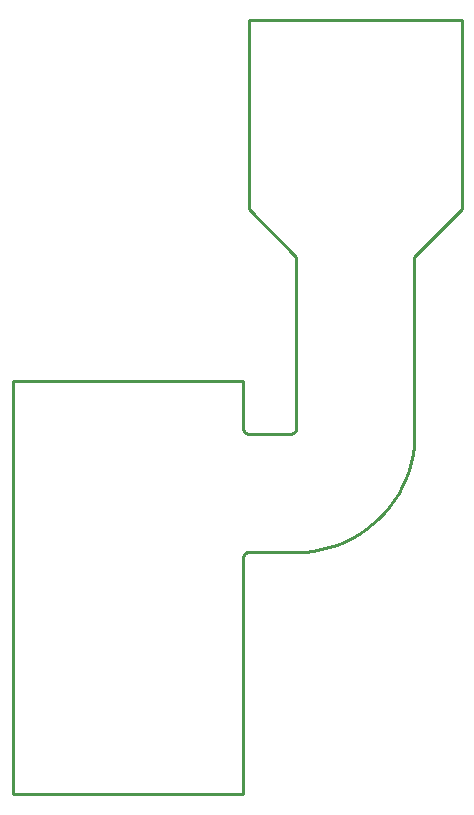
<source format=gbr>
%FSTAX44Y44*%
%MOMM*%
%SFA1B1*%

%IPPOS*%
%ADD10C,0.253999*%
%LNdoubleflex4demo_mechanical_1-1*%
%LPD*%
G54D10*
X0024Y00204999D02*
D01*
X00246975Y00205243*
X00253917Y00205973*
X00260791Y00207185*
X00267563Y00208873*
X00274201Y0021103*
X00280673Y00213645*
X00286947Y00216705*
X00292991Y00220195*
X00298778Y00224098*
X00304278Y00228395*
X00309465Y00233065*
X00314314Y00238086*
X003188Y00243433*
X00322903Y0024908*
X00326602Y00254999*
X00329879Y00261162*
X00332718Y00267539*
X00335105Y00274098*
X00337029Y00280807*
X0033848Y00287634*
X00339452Y00294547*
X00339939Y00301509*
X0034Y00304999*
X00199999Y00204999D02*
D01*
X00199651Y00204987*
X00199304Y00204951*
X0019896Y0020489*
X00198621Y00204806*
X00198289Y00204698*
X00197966Y00204567*
X00197652Y00204414*
X0019735Y0020424*
X00197061Y00204045*
X00196785Y0020383*
X00196526Y00203596*
X00196284Y00203345*
X00196059Y00203078*
X00195854Y00202795*
X00195669Y00202499*
X00195506Y00202191*
X00195364Y00201872*
X00195244Y00201544*
X00195148Y00201209*
X00195075Y00200868*
X00195027Y00200522*
X00195002Y00200174*
X00194999Y00199999*
Y00309999D02*
D01*
X00195012Y00309651*
X00195048Y00309303*
X00195109Y0030896*
X00195193Y00308621*
X00195301Y00308289*
X00195432Y00307966*
X00195585Y00307652*
X00195759Y0030735*
X00195954Y0030706*
X00196169Y00306786*
X00196403Y00306526*
X00196654Y00306284*
X00196921Y00306059*
X00197203Y00305854*
X00197499Y00305669*
X00197808Y00305505*
X00198126Y00305363*
X00198454Y00305244*
X0019879Y00305148*
X00199131Y00305075*
X00199477Y00305027*
X00199825Y00305002*
X00199999Y00304999*
X00234999D02*
D01*
X00235348Y00305012*
X00235695Y00305048*
X00236039Y00305109*
X00236377Y00305193*
X00236709Y00305301*
X00237033Y00305432*
X00237347Y00305585*
X00237649Y00305759*
X00237938Y00305954*
X00238213Y00306169*
X00238473Y00306403*
X00238715Y00306654*
X00238939Y00306921*
X00239145Y00307203*
X00239329Y00307499*
X00239493Y00307808*
X00239635Y00308126*
X00239755Y00308454*
X00239851Y0030879*
X00239923Y00309131*
X00239972Y00309477*
X00239996Y00309825*
X0024Y00309999*
X0Y0D02*
Y00349999D01*
X00194999*
Y0D02*
Y00199999D01*
Y00309999D02*
Y00349999D01*
X0Y0D02*
X00194999D01*
X00199999Y00654999D02*
X0038D01*
Y00494999D02*
Y00654999D01*
X00199999Y00494999D02*
Y00654999D01*
Y00494999D02*
X0024Y00454999D01*
Y00309999D02*
Y00454999D01*
X00199999Y00304999D02*
X00234999D01*
X0034Y00454999D02*
X0038Y00494999D01*
X0034Y00304999D02*
Y00454999D01*
X00199999Y00204999D02*
X00239999D01*
M02*
</source>
